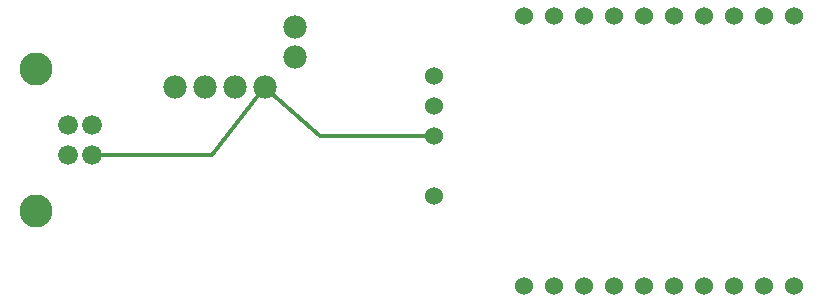
<source format=gbl>
G04 MADE WITH FRITZING*
G04 WWW.FRITZING.ORG*
G04 DOUBLE SIDED*
G04 HOLES PLATED*
G04 CONTOUR ON CENTER OF CONTOUR VECTOR*
%ASAXBY*%
%FSLAX23Y23*%
%MOIN*%
%OFA0B0*%
%SFA1.0B1.0*%
%ADD10C,0.060000*%
%ADD11C,0.066000*%
%ADD12C,0.110000*%
%ADD13C,0.078000*%
%ADD14C,0.012000*%
%LNCOPPER0*%
G90*
G70*
G54D10*
X2764Y67D03*
X2664Y67D03*
X2564Y67D03*
X2464Y67D03*
X2364Y67D03*
X2264Y67D03*
X2164Y67D03*
X2064Y67D03*
X1964Y67D03*
X1864Y67D03*
X2764Y966D03*
X2664Y966D03*
X2564Y967D03*
X2464Y967D03*
X2364Y966D03*
X2264Y966D03*
X2164Y966D03*
X2064Y966D03*
X1964Y966D03*
X1864Y966D03*
X1564Y367D03*
X1564Y567D03*
X1564Y667D03*
X1564Y767D03*
G54D11*
X424Y504D03*
X424Y603D03*
X346Y603D03*
X346Y504D03*
G54D12*
X239Y317D03*
X239Y791D03*
G54D13*
X1102Y929D03*
X1102Y829D03*
X1002Y729D03*
X902Y729D03*
X802Y729D03*
X702Y729D03*
G54D14*
X448Y504D02*
X827Y504D01*
D02*
X827Y504D02*
X986Y710D01*
D02*
X1545Y567D02*
X1187Y567D01*
D02*
X1187Y567D02*
X1020Y713D01*
G04 End of Copper0*
M02*
</source>
